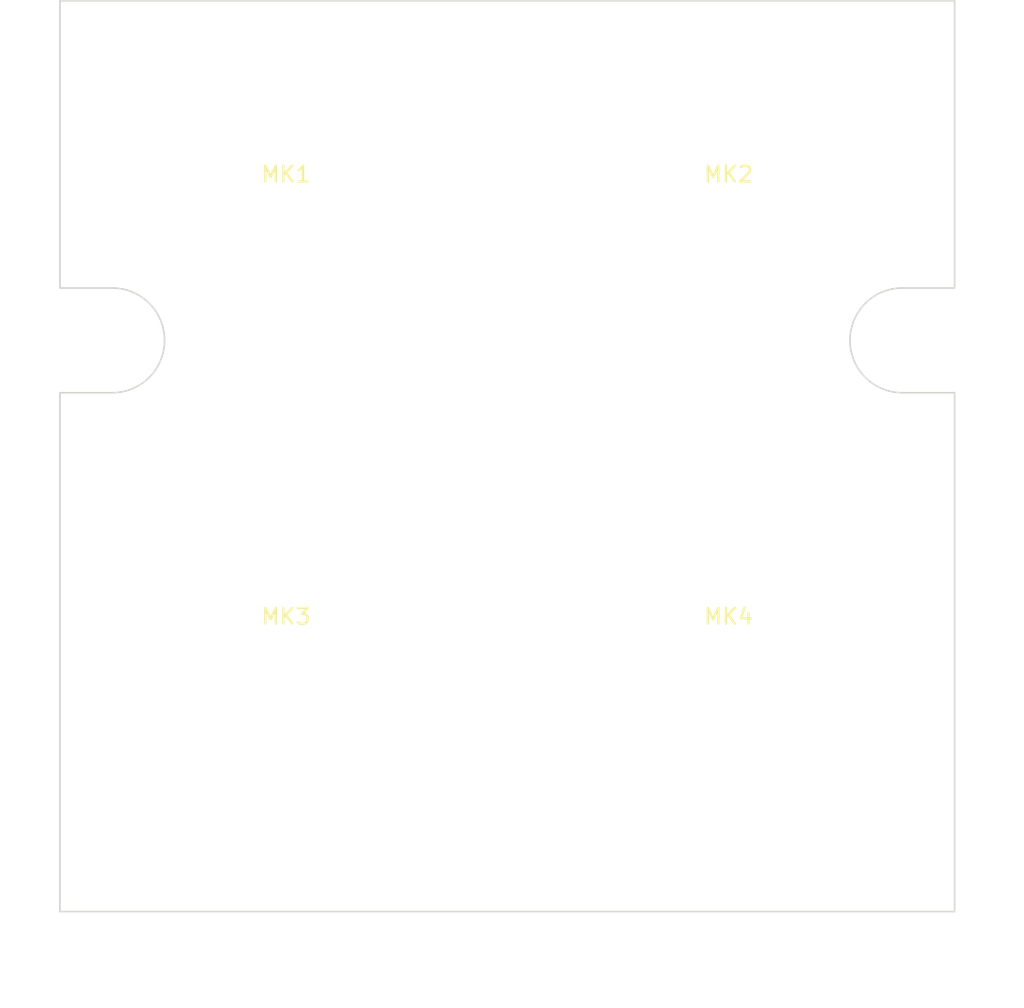
<source format=kicad_pcb>
(kicad_pcb (version 20210126) (generator pcbnew)
  (title_block (title "Enter Title On Page Setting Dialog") (rev "1") (company "Ashton Johnson"))
  (layers (0 "F.Cu" signal) (31 "B.Cu" signal) (35 "F.Paste" user) (37 "F.SilkS" user "F.Silkscreen") (39 "F.Mask" user) (44 "Edge.Cuts" user))
  (net 0 "")
  (net 1 "Net-(MK1-Pad1)")
  (net 2 "Net-(MK2-Pad1)")
  (net 3 "Net-(MK3-Pad1)")
  (net 4 "Net-(MK4-Pad1)")
  (footprint "Mounting_Holes:MountingHole_3.2mm_M3_ISO7380" (layer "F.Cu") (at 87.695 96.647)
    (fp_text reference "MK1" (at 0 -3.85) (layer "F.SilkS"))
    (fp_text value "Mounting_Hole")
    (pad "1" np_thru_hole circle (at 0 0) (size 3.2 3.2) (drill 3.2) (layers *.Cu *.Mask) (net 1 "Net-(MK1-Pad1)"))
  )
  (footprint "Mounting_Holes:MountingHole_3.2mm_M3_ISO7380" (layer "F.Cu") (at 115.695 96.647)
    (fp_text reference "MK2" (at 0 -3.85) (layer "F.SilkS"))
    (fp_text value "Mounting_Hole")
    (pad "1" np_thru_hole circle (at 0 0) (size 3.2 3.2) (drill 3.2) (layers *.Cu *.Mask) (net 2 "Net-(MK2-Pad1)"))
  )
  (footprint "Mounting_Holes:MountingHole_3.2mm_M3_ISO7380" (layer "F.Cu") (at 87.695 124.647)
    (fp_text reference "MK3" (at 0 -3.85) (layer "F.SilkS"))
    (fp_text value "Mounting_Hole")
    (pad "1" np_thru_hole circle (at 0 0) (size 3.2 3.2) (drill 3.2) (layers *.Cu *.Mask) (net 3 "Net-(MK3-Pad1)"))
  )
  (footprint "Mounting_Holes:MountingHole_3.2mm_M3_ISO7380" (layer "F.Cu") (at 115.695 124.647)
    (fp_text reference "MK4" (at 0 -3.85) (layer "F.SilkS"))
    (fp_text value "Mounting_Hole")
    (pad "1" np_thru_hole circle (at 0 0) (size 3.2 3.2) (drill 3.2) (layers *.Cu *.Mask) (net 4 "Net-(MK4-Pad1)"))
  )
  (gr_arc (start 126.695 103.315) (end 126.695 106.63) (angle 180) (layer "Edge.Cuts") (width 0.1))
  (gr_line (start 73.39 81.817) (end 73.39 100) (layer "Edge.Cuts") (width 0.1))
  (gr_line (start 76.695 106.63) (end 73.39 106.63) (layer "Edge.Cuts") (width 0.1))
  (gr_line (start 126.695 100) (end 130 100) (layer "Edge.Cuts") (width 0.1))
  (gr_line (start 73.39 106.63) (end 73.39 139.477) (layer "Edge.Cuts") (width 0.1))
  (gr_arc (start 76.695 103.315) (end 76.695 100) (angle 180) (layer "Edge.Cuts") (width 0.1))
  (gr_line (start 130 81.817) (end 73.39 81.817) (layer "Edge.Cuts") (width 0.1))
  (gr_line (start 130 100) (end 130 81.817) (layer "Edge.Cuts") (width 0.1))
  (gr_line (start 130 139.477) (end 130 106.63) (layer "Edge.Cuts") (width 0.1))
  (gr_line (start 130 106.63) (end 126.695 106.63) (layer "Edge.Cuts") (width 0.1))
  (gr_line (start 73.39 100) (end 76.695 100) (layer "Edge.Cuts") (width 0.1))
  (gr_line (start 73.39 139.477) (end 130 139.477) (layer "Edge.Cuts") (width 0.1))
)
</source>
